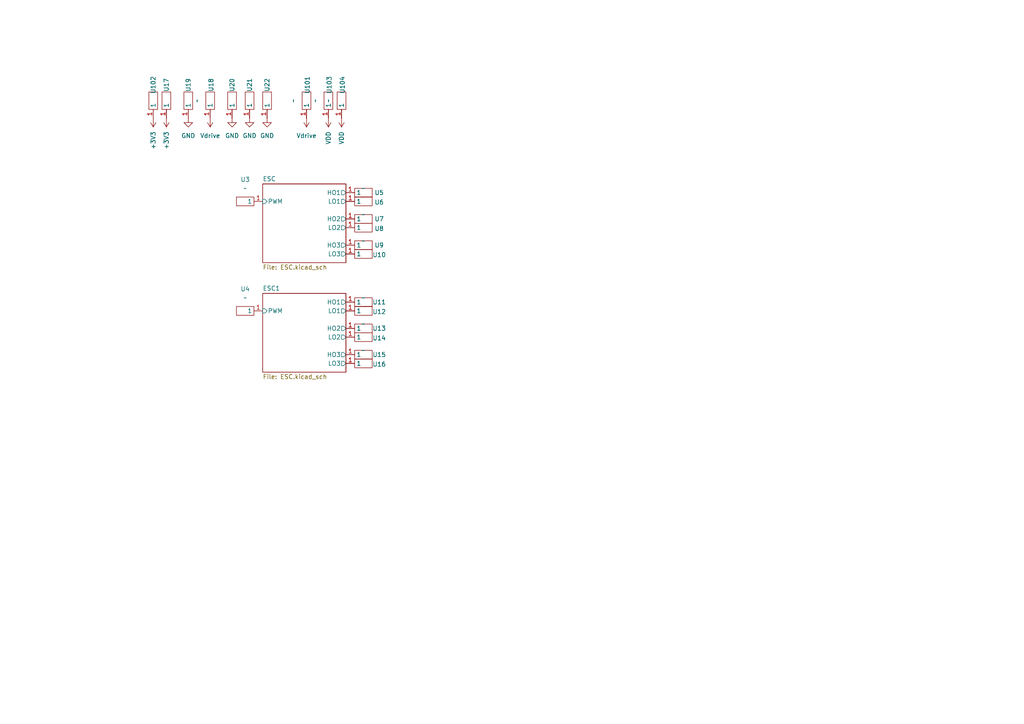
<source format=kicad_sch>
(kicad_sch (version 20250114) (generator "eeschema") (generator_version "9.0")
  (paper "A4")
  (lib_symbols
    (symbol "Castilated_Hole:Castilated_Hole"
      (property "Reference" "U" (at 1.778 0 0))
      (symbol "Castilated_Hole_0_1"
        (rectangle (start -1.27 1.27) (end 3.81 -1.27))
      )
      (symbol "Castilated_Hole_1_1"
        (pin bidirectional line (at -3.81 0 0) (length 2.54) (name "1") (number "1"))
      )
    )
    (symbol "power:+3V3" (power) (pin_names (offset 0))
      (property "Value" "+3V3" (at 0 3.556 0))
      (symbol "+3V3_0_1"
        (polyline (pts (xy -0.762 1.27) (xy 0 2.54)))
        (polyline (pts (xy 0 2.54) (xy 0.762 1.27)))
        (polyline (pts (xy 0 0) (xy 0 2.54)))
      )
      (symbol "+3V3_1_1"
        (pin power_in line (at 0 0 90) (length 0) (hide yes) (name "+3V3") (number "1"))
      )
    )
    (symbol "power:GND" (power) (pin_names (offset 0))
      (property "Value" "GND" (at 0 -3.81 0))
      (symbol "GND_0_1"
        (polyline (pts (xy 0 0) (xy 0 -1.27) (xy 1.27 -1.27) (xy 0 -2.54) (xy -1.27 -1.27) (xy 0 -1.27)))
      )
      (symbol "GND_1_1"
        (pin power_in line (at 0 0 270) (length 0) (hide yes) (name "GND") (number "1"))
      )
    )
    (symbol "power:VDD" (power) (pin_names (offset 0))
      (property "Value" "VDD" (at 0 3.81 0))
      (symbol "VDD_0_1"
        (polyline (pts (xy -0.762 1.27) (xy 0 2.54)))
        (polyline (pts (xy 0 2.54) (xy 0.762 1.27)))
        (polyline (pts (xy 0 0) (xy 0 2.54)))
      )
      (symbol "VDD_1_1"
        (pin power_in line (at 0 0 90) (length 0) (hide yes) (name "VDD") (number "1"))
      )
    )
    (symbol "power:Vdrive" (power) (pin_names (offset 0))
      (property "Value" "Vdrive" (at 0 3.81 0))
      (symbol "Vdrive_0_1"
        (polyline (pts (xy -0.762 1.27) (xy 0 2.54)))
        (polyline (pts (xy 0 2.54) (xy 0.762 1.27)))
        (polyline (pts (xy 0 0) (xy 0 2.54)))
      )
      (symbol "Vdrive_1_1"
        (pin power_in line (at 0 0 90) (length 0) (hide yes) (name "Vdrive") (number "1"))
      )
    )
  )
  (symbol (lib_id "Castilated_Hole:Castilated_Hole") (at 104.14 55.88 0) (unit 1)
    (property "Reference" "U5" (at 109.982 55.88 0))
    (property "Footprint" "Castltated_hole:Castlated_Hole" (effects (hide yes)))
  )
  (symbol (lib_id "power:GND") (at 54.61 34.29 0) (unit 1)
    (property "Reference" "#PWR021" (effects (hide yes)))
    (property "Value" "GND" (at 54.61 39.37 0))
  )
  (symbol (lib_id "Castilated_Hole:Castilated_Hole") (at 104.14 63.5 0) (unit 1)
    (property "Reference" "U7" (at 109.982 63.5 0))
    (property "Footprint" "Castltated_hole:Castlated_Hole" (effects (hide yes)))
  )
  (symbol (lib_id "Castilated_Hole:Castilated_Hole") (at 54.61 30.48 90) (unit 1)
    (property "Reference" "U19" (at 54.61 24.638 0))
    (property "Footprint" "Castltated_hole:Castlated_Hole" (effects (hide yes)))
  )
  (symbol (lib_id "Castilated_Hole:Castilated_Hole") (at 72.39 30.48 90) (unit 1)
    (property "Reference" "U21" (at 72.39 24.638 0))
    (property "Footprint" "Castltated_hole:Castlated_Hole" (effects (hide yes)))
  )
  (symbol (lib_id "power:GND") (at 67.31 34.29 0) (unit 1)
    (property "Reference" "#PWR022" (effects (hide yes)))
    (property "Value" "GND" (at 67.31 39.37 0))
  )
  (symbol (lib_id "Castilated_Hole:Castilated_Hole") (at 104.14 105.41 0) (unit 1)
    (property "Reference" "U16" (at 109.982 105.664 0))
    (property "Value" "~" (at 105.41 101.6 0))
    (property "Footprint" "Castltated_hole:Castlated_Hole" (effects (hide yes)))
  )
  (symbol (lib_id "power:+3V3") (at 48.26 34.29 180) (unit 1)
    (property "Reference" "#PWR018" (effects (hide yes)))
    (property "Value" "+3V3" (at 48.26 38.1 90) (effects (justify left)))
  )
  (symbol (lib_id "Castilated_Hole:Castilated_Hole") (at 44.45 30.48 90) (unit 1)
    (property "Reference" "U102" (at 44.45 24.638 0))
    (property "Footprint" "Castltated_hole:Castlated_Hole" (effects (hide yes)))
  )
  (symbol (lib_id "Castilated_Hole:Castilated_Hole") (at 88.9 30.48 90) (unit 1)
    (property "Reference" "U101" (at 89.154 24.638 0))
    (property "Value" "~" (at 85.09 29.21 0))
    (property "Footprint" "Castltated_hole:Castlated_Hole" (effects (hide yes)))
  )
  (symbol (lib_id "power:VDD") (at 95.25 34.29 180) (unit 1)
    (property "Reference" "#PWR0103" (effects (hide yes)))
    (property "Value" "VDD" (at 95.25 38.1 90) (effects (justify left)))
  )
  (symbol (lib_id "Castilated_Hole:Castilated_Hole") (at 95.25 30.48 90) (unit 1)
    (property "Reference" "U103" (at 95.504 24.638 0))
    (property "Value" "~" (at 91.44 29.21 0))
    (property "Footprint" "Castltated_hole:Castlated_Hole" (effects (hide yes)))
  )
  (symbol (lib_id "Castilated_Hole:Castilated_Hole") (at 72.39 58.42 0) (mirror y) (unit 1)
    (property "Reference" "U3" (at 71.12 52.07 0))
    (property "Value" "~" (at 71.12 54.61 0))
    (property "Footprint" "Castltated_hole:Castlated_Hole" (effects (hide yes)))
  )
  (symbol (lib_id "Castilated_Hole:Castilated_Hole") (at 104.14 90.17 0) (unit 1)
    (property "Reference" "U12" (at 109.982 90.424 0))
    (property "Value" "~" (at 105.41 86.36 0))
    (property "Footprint" "Castltated_hole:Castlated_Hole" (effects (hide yes)))
  )
  (symbol (lib_id "Castilated_Hole:Castilated_Hole") (at 48.26 30.48 90) (unit 1)
    (property "Reference" "U17" (at 48.26 24.638 0))
    (property "Footprint" "Castltated_hole:Castlated_Hole" (effects (hide yes)))
  )
  (symbol (lib_id "power:+3V3") (at 44.45 34.29 180) (unit 1)
    (property "Reference" "#PWR0101" (effects (hide yes)))
    (property "Value" "+3V3" (at 44.45 38.1 90) (effects (justify left)))
  )
  (symbol (lib_id "power:VDD") (at 99.06 34.29 180) (unit 1)
    (property "Reference" "#PWR0104" (effects (hide yes)))
    (property "Value" "VDD" (at 99.06 38.1 90) (effects (justify left)))
  )
  (symbol (lib_id "Castilated_Hole:Castilated_Hole") (at 104.14 58.42 0) (unit 1)
    (property "Reference" "U6" (at 109.982 58.674 0))
    (property "Value" "~" (at 105.41 54.61 0))
    (property "Footprint" "Castltated_hole:Castlated_Hole" (effects (hide yes)))
  )
  (symbol (lib_id "Castilated_Hole:Castilated_Hole") (at 60.96 30.48 90) (unit 1)
    (property "Reference" "U18" (at 61.214 24.638 0))
    (property "Value" "~" (at 57.15 29.21 0))
    (property "Footprint" "Castltated_hole:Castlated_Hole" (effects (hide yes)))
  )
  (symbol (lib_id "Castilated_Hole:Castilated_Hole") (at 104.14 66.04 0) (unit 1)
    (property "Reference" "U8" (at 109.982 66.294 0))
    (property "Value" "~" (at 105.41 62.23 0))
    (property "Footprint" "Castltated_hole:Castlated_Hole" (effects (hide yes)))
  )
  (symbol (lib_id "power:Vdrive") (at 88.9 34.29 180) (unit 1)
    (property "Reference" "#PWR0102" (effects (hide yes)))
    (property "Value" "Vdrive" (at 88.9 39.37 0))
  )
  (symbol (lib_id "Castilated_Hole:Castilated_Hole") (at 104.14 71.12 0) (unit 1)
    (property "Reference" "U9" (at 109.982 71.12 0))
    (property "Footprint" "Castltated_hole:Castlated_Hole" (effects (hide yes)))
  )
  (symbol (lib_id "Castilated_Hole:Castilated_Hole") (at 72.39 90.17 0) (mirror y) (unit 1)
    (property "Reference" "U4" (at 71.12 83.82 0))
    (property "Value" "~" (at 71.12 86.36 0))
    (property "Footprint" "Castltated_hole:Castlated_Hole" (effects (hide yes)))
  )
  (symbol (lib_id "Castilated_Hole:Castilated_Hole") (at 104.14 73.66 0) (unit 1)
    (property "Reference" "U10" (at 109.982 73.914 0))
    (property "Value" "~" (at 105.41 69.85 0))
    (property "Footprint" "Castltated_hole:Castlated_Hole" (effects (hide yes)))
  )
  (symbol (lib_id "power:Vdrive") (at 60.96 34.29 180) (unit 1)
    (property "Reference" "#PWR020" (effects (hide yes)))
    (property "Value" "Vdrive" (at 60.96 39.37 0))
  )
  (symbol (lib_id "Castilated_Hole:Castilated_Hole") (at 67.31 30.48 90) (unit 1)
    (property "Reference" "U20" (at 67.31 24.638 0))
    (property "Footprint" "Castltated_hole:Castlated_Hole" (effects (hide yes)))
  )
  (symbol (lib_id "Castilated_Hole:Castilated_Hole") (at 77.47 30.48 90) (unit 1)
    (property "Reference" "U22" (at 77.47 24.638 0))
    (property "Footprint" "Castltated_hole:Castlated_Hole" (effects (hide yes)))
  )
  (symbol (lib_id "Castilated_Hole:Castilated_Hole") (at 104.14 95.25 0) (unit 1)
    (property "Reference" "U13" (at 109.982 95.25 0))
    (property "Footprint" "Castltated_hole:Castlated_Hole" (effects (hide yes)))
  )
  (symbol (lib_id "Castilated_Hole:Castilated_Hole") (at 99.06 30.48 90) (unit 1)
    (property "Reference" "U104" (at 99.314 24.638 0))
    (property "Value" "~" (at 95.25 29.21 0))
    (property "Footprint" "Castltated_hole:Castlated_Hole" (effects (hide yes)))
  )
  (symbol (lib_id "Castilated_Hole:Castilated_Hole") (at 104.14 87.63 0) (unit 1)
    (property "Reference" "U11" (at 109.982 87.63 0))
    (property "Footprint" "Castltated_hole:Castlated_Hole" (effects (hide yes)))
  )
  (symbol (lib_id "Castilated_Hole:Castilated_Hole") (at 104.14 97.79 0) (unit 1)
    (property "Reference" "U14" (at 109.982 98.044 0))
    (property "Value" "~" (at 105.41 93.98 0))
    (property "Footprint" "Castltated_hole:Castlated_Hole" (effects (hide yes)))
  )
  (symbol (lib_id "Castilated_Hole:Castilated_Hole") (at 104.14 102.87 0) (unit 1)
    (property "Reference" "U15" (at 109.982 102.87 0))
    (property "Footprint" "Castltated_hole:Castlated_Hole" (effects (hide yes)))
  )
  (symbol (lib_id "power:GND") (at 72.39 34.29 0) (unit 1)
    (property "Reference" "#PWR023" (effects (hide yes)))
    (property "Value" "GND" (at 72.39 39.37 0))
  )
  (symbol (lib_id "power:GND") (at 77.47 34.29 0) (unit 1)
    (property "Reference" "#PWR024" (effects (hide yes)))
    (property "Value" "GND" (at 77.47 39.37 0))
  )
  (sheet (at 76.2 53.34) (size 24.13 22.86) (stroke (width 0.1524))
    (property "Sheetname" "ESC" (at 76.2 52.6284 0) (effects (justify left bottom)))
    (property "Sheetfile" "ESC.kicad_sch" (at 76.2 76.7846 0) (effects (justify left top)))
    (pin "HO1" output (at 100.33 55.88 0))
    (pin "HO2" output (at 100.33 63.5 0))
    (pin "HO3" output (at 100.33 71.12 0))
    (pin "LO1" output (at 100.33 58.42 0))
    (pin "LO2" output (at 100.33 66.04 0))
    (pin "LO3" output (at 100.33 73.66 0))
    (pin "PWM" input (at 76.2 58.42 180))
  )
  (sheet (at 76.2 85.09) (size 24.13 22.86) (stroke (width 0.1524))
    (property "Sheetname" "ESC1" (at 76.2 84.3784 0) (effects (justify left bottom)))
    (property "Sheetfile" "ESC.kicad_sch" (at 76.2 108.5346 0) (effects (justify left top)))
    (pin "HO1" output (at 100.33 87.63 0))
    (pin "HO2" output (at 100.33 95.25 0))
    (pin "HO3" output (at 100.33 102.87 0))
    (pin "LO1" output (at 100.33 90.17 0))
    (pin "LO2" output (at 100.33 97.79 0))
    (pin "LO3" output (at 100.33 105.41 0))
    (pin "PWM" input (at 76.2 90.17 180))
  )
)
</source>
